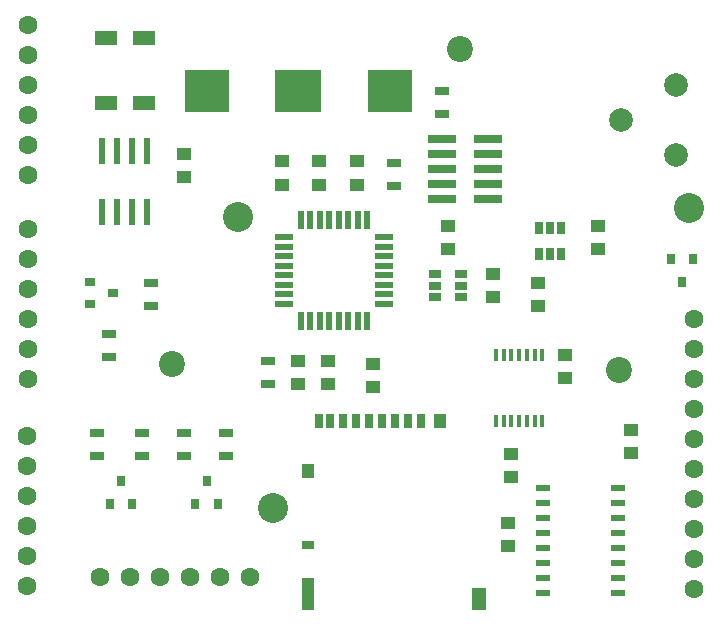
<source format=gbr>
G04 #@! TF.FileFunction,Soldermask,Top*
%FSLAX46Y46*%
G04 Gerber Fmt 4.6, Leading zero omitted, Abs format (unit mm)*
G04 Created by KiCad (PCBNEW 4.0.2-stable) date 1/20/2017 4:09:41 PM*
%MOMM*%
G01*
G04 APERTURE LIST*
%ADD10C,0.100000*%
%ADD11R,0.650000X1.060000*%
%ADD12R,3.750000X3.600000*%
%ADD13R,4.000000X3.600000*%
%ADD14C,1.600000*%
%ADD15R,1.250000X1.000000*%
%ADD16C,2.000000*%
%ADD17R,2.400000X0.740000*%
%ADD18R,1.300000X1.900000*%
%ADD19R,1.000000X2.800000*%
%ADD20R,1.000000X1.200000*%
%ADD21R,1.000000X0.800000*%
%ADD22R,0.700000X1.200000*%
%ADD23R,1.300000X0.700000*%
%ADD24R,0.800000X0.900000*%
%ADD25R,0.900000X0.800000*%
%ADD26R,1.600000X0.550000*%
%ADD27R,0.550000X1.600000*%
%ADD28R,1.060000X0.650000*%
%ADD29R,0.600000X2.200000*%
%ADD30R,1.143000X0.508000*%
%ADD31R,0.400000X1.050000*%
%ADD32R,1.900000X1.300000*%
%ADD33C,2.200000*%
%ADD34C,2.540000*%
G04 APERTURE END LIST*
D10*
D11*
X62418000Y-52240000D03*
X61468000Y-52240000D03*
X60518000Y-52240000D03*
X60518000Y-54440000D03*
X62418000Y-54440000D03*
X61468000Y-54440000D03*
D12*
X32385000Y-40640000D03*
D13*
X40135000Y-40640000D03*
D12*
X47885000Y-40640000D03*
D14*
X36068000Y-81788000D03*
X33528000Y-81788000D03*
X30988000Y-81788000D03*
X28448000Y-81788000D03*
X25908000Y-81788000D03*
X23368000Y-81788000D03*
D15*
X45085000Y-46625000D03*
X45085000Y-48625000D03*
X41910000Y-46625000D03*
X41910000Y-48625000D03*
X38735000Y-48625000D03*
X38735000Y-46625000D03*
X42672000Y-65516000D03*
X42672000Y-63516000D03*
X40132000Y-65516000D03*
X40132000Y-63516000D03*
X30480000Y-45990000D03*
X30480000Y-47990000D03*
X60452000Y-56912000D03*
X60452000Y-58912000D03*
X56642000Y-58150000D03*
X56642000Y-56150000D03*
X52832000Y-54086000D03*
X52832000Y-52086000D03*
X68326000Y-71358000D03*
X68326000Y-69358000D03*
X57912000Y-77232000D03*
X57912000Y-79232000D03*
X58166000Y-71390000D03*
X58166000Y-73390000D03*
X62738000Y-63008000D03*
X62738000Y-65008000D03*
D16*
X72136000Y-46132000D03*
X67436000Y-43132000D03*
X72136000Y-40132000D03*
D17*
X56224000Y-49784000D03*
X56224000Y-48514000D03*
X56224000Y-47244000D03*
X56224000Y-45974000D03*
X56224000Y-44704000D03*
X52324000Y-44704000D03*
X52324000Y-45974000D03*
X52324000Y-47244000D03*
X52324000Y-48514000D03*
X52324000Y-49784000D03*
D18*
X55410000Y-83680000D03*
D19*
X40935000Y-83230000D03*
D20*
X40935000Y-72880000D03*
D21*
X40935000Y-79080000D03*
D20*
X52110000Y-68580000D03*
D22*
X50560000Y-68580000D03*
X49460000Y-68580000D03*
X48360000Y-68580000D03*
X47260000Y-68580000D03*
X46160000Y-68580000D03*
X45060000Y-68580000D03*
X43960000Y-68580000D03*
X42860000Y-68580000D03*
X41910000Y-68580000D03*
D14*
X17272000Y-47752000D03*
X17272000Y-45212000D03*
X17272000Y-42672000D03*
X17272000Y-40132000D03*
X17272000Y-37592000D03*
X17272000Y-35052000D03*
X17272000Y-65024000D03*
X17272000Y-62484000D03*
X17272000Y-59944000D03*
X17272000Y-57404000D03*
X17272000Y-54864000D03*
X17272000Y-52324000D03*
X17145000Y-82550000D03*
X17145000Y-80010000D03*
X17145000Y-77470000D03*
X17145000Y-74930000D03*
X17145000Y-72390000D03*
X17145000Y-69850000D03*
X73660000Y-77724000D03*
X73660000Y-80264000D03*
X73660000Y-82804000D03*
X73660000Y-59944000D03*
X73660000Y-62484000D03*
X73660000Y-65024000D03*
X73660000Y-67564000D03*
X73660000Y-70104000D03*
X73660000Y-72644000D03*
X73660000Y-75184000D03*
D23*
X37592000Y-63566000D03*
X37592000Y-65466000D03*
D24*
X73594000Y-54880000D03*
X71694000Y-54880000D03*
X72644000Y-56880000D03*
D25*
X22495000Y-56835000D03*
X22495000Y-58735000D03*
X24495000Y-57785000D03*
D24*
X24196000Y-75676000D03*
X26096000Y-75676000D03*
X25146000Y-73676000D03*
X31435000Y-75676000D03*
X33335000Y-75676000D03*
X32385000Y-73676000D03*
D23*
X48260000Y-46802000D03*
X48260000Y-48702000D03*
X52324000Y-40706000D03*
X52324000Y-42606000D03*
X27686000Y-58862000D03*
X27686000Y-56962000D03*
X24130000Y-63180000D03*
X24130000Y-61280000D03*
X23114000Y-69662000D03*
X23114000Y-71562000D03*
X30480000Y-69662000D03*
X30480000Y-71562000D03*
X26924000Y-71562000D03*
X26924000Y-69662000D03*
D26*
X38930000Y-53080000D03*
X38930000Y-53880000D03*
X38930000Y-54680000D03*
X38930000Y-55480000D03*
X38930000Y-56280000D03*
X38930000Y-57080000D03*
X38930000Y-57880000D03*
X38930000Y-58680000D03*
D27*
X40380000Y-60130000D03*
X41180000Y-60130000D03*
X41980000Y-60130000D03*
X42780000Y-60130000D03*
X43580000Y-60130000D03*
X44380000Y-60130000D03*
X45180000Y-60130000D03*
X45980000Y-60130000D03*
D26*
X47430000Y-58680000D03*
X47430000Y-57880000D03*
X47430000Y-57080000D03*
X47430000Y-56280000D03*
X47430000Y-55480000D03*
X47430000Y-54680000D03*
X47430000Y-53880000D03*
X47430000Y-53080000D03*
D27*
X45980000Y-51630000D03*
X45180000Y-51630000D03*
X44380000Y-51630000D03*
X43580000Y-51630000D03*
X42780000Y-51630000D03*
X41980000Y-51630000D03*
X41180000Y-51630000D03*
X40380000Y-51630000D03*
D28*
X51732000Y-56200000D03*
X51732000Y-57150000D03*
X51732000Y-58100000D03*
X53932000Y-58100000D03*
X53932000Y-56200000D03*
X53932000Y-57150000D03*
D29*
X23495000Y-50920000D03*
X24765000Y-50920000D03*
X26035000Y-50920000D03*
X27305000Y-50920000D03*
X23495000Y-45720000D03*
X24765000Y-45720000D03*
X26035000Y-45720000D03*
X27305000Y-45720000D03*
D30*
X67183000Y-74295000D03*
X67183000Y-76835000D03*
X67183000Y-78105000D03*
X67183000Y-79375000D03*
X67183000Y-80645000D03*
X67183000Y-81915000D03*
X67183000Y-83185000D03*
X60833000Y-83185000D03*
X60833000Y-81915000D03*
X60833000Y-80645000D03*
X60833000Y-79375000D03*
X60833000Y-78105000D03*
X60833000Y-76835000D03*
X60833000Y-75565000D03*
X60833000Y-74295000D03*
X67183000Y-75565000D03*
D31*
X56896000Y-63030000D03*
X57546000Y-63030000D03*
X58196000Y-63030000D03*
X58846000Y-63030000D03*
X59496000Y-63030000D03*
X60146000Y-63030000D03*
X60796000Y-63030000D03*
X60796000Y-68580000D03*
X60146000Y-68580000D03*
X59496000Y-68580000D03*
X58846000Y-68580000D03*
X58196000Y-68580000D03*
X57546000Y-68580000D03*
X56896000Y-68580000D03*
D32*
X27076000Y-36156000D03*
X27076000Y-41656000D03*
X23876000Y-36156000D03*
X23876000Y-41656000D03*
D15*
X65532000Y-54086000D03*
X65532000Y-52086000D03*
D23*
X34036000Y-71562000D03*
X34036000Y-69662000D03*
D33*
X67310000Y-64262000D03*
X29464000Y-63754000D03*
X53848000Y-37084000D03*
D34*
X38000000Y-76000000D03*
X35052000Y-51308000D03*
X73200000Y-50600000D03*
D15*
X46482000Y-63770000D03*
X46482000Y-65770000D03*
M02*

</source>
